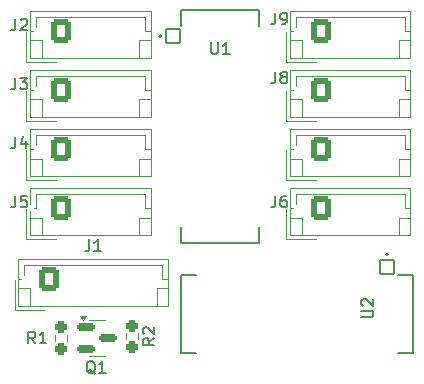
<source format=gto>
G04 #@! TF.GenerationSoftware,KiCad,Pcbnew,8.0.8*
G04 #@! TF.CreationDate,2025-02-07T11:49:09+01:00*
G04 #@! TF.ProjectId,Senzory_gate,53656e7a-6f72-4795-9f67-6174652e6b69,rev?*
G04 #@! TF.SameCoordinates,Original*
G04 #@! TF.FileFunction,Legend,Top*
G04 #@! TF.FilePolarity,Positive*
%FSLAX46Y46*%
G04 Gerber Fmt 4.6, Leading zero omitted, Abs format (unit mm)*
G04 Created by KiCad (PCBNEW 8.0.8) date 2025-02-07 11:49:09*
%MOMM*%
%LPD*%
G01*
G04 APERTURE LIST*
G04 Aperture macros list*
%AMRoundRect*
0 Rectangle with rounded corners*
0 $1 Rounding radius*
0 $2 $3 $4 $5 $6 $7 $8 $9 X,Y pos of 4 corners*
0 Add a 4 corners polygon primitive as box body*
4,1,4,$2,$3,$4,$5,$6,$7,$8,$9,$2,$3,0*
0 Add four circle primitives for the rounded corners*
1,1,$1+$1,$2,$3*
1,1,$1+$1,$4,$5*
1,1,$1+$1,$6,$7*
1,1,$1+$1,$8,$9*
0 Add four rect primitives between the rounded corners*
20,1,$1+$1,$2,$3,$4,$5,0*
20,1,$1+$1,$4,$5,$6,$7,0*
20,1,$1+$1,$6,$7,$8,$9,0*
20,1,$1+$1,$8,$9,$2,$3,0*%
G04 Aperture macros list end*
%ADD10C,0.150000*%
%ADD11C,0.120000*%
%ADD12C,0.127000*%
%ADD13C,0.200000*%
%ADD14RoundRect,0.250000X-0.600000X-0.725000X0.600000X-0.725000X0.600000X0.725000X-0.600000X0.725000X0*%
%ADD15O,1.700000X1.950000*%
%ADD16RoundRect,0.102000X-0.585000X0.585000X-0.585000X-0.585000X0.585000X-0.585000X0.585000X0.585000X0*%
%ADD17C,1.374000*%
%ADD18RoundRect,0.150000X-0.587500X-0.150000X0.587500X-0.150000X0.587500X0.150000X-0.587500X0.150000X0*%
%ADD19RoundRect,0.237500X-0.237500X0.250000X-0.237500X-0.250000X0.237500X-0.250000X0.237500X0.250000X0*%
%ADD20RoundRect,0.102000X-0.585000X-0.585000X0.585000X-0.585000X0.585000X0.585000X-0.585000X0.585000X0*%
%ADD21C,0.600000*%
G04 APERTURE END LIST*
D10*
X100666666Y-51454819D02*
X100666666Y-52169104D01*
X100666666Y-52169104D02*
X100619047Y-52311961D01*
X100619047Y-52311961D02*
X100523809Y-52407200D01*
X100523809Y-52407200D02*
X100380952Y-52454819D01*
X100380952Y-52454819D02*
X100285714Y-52454819D01*
X101190476Y-52454819D02*
X101380952Y-52454819D01*
X101380952Y-52454819D02*
X101476190Y-52407200D01*
X101476190Y-52407200D02*
X101523809Y-52359580D01*
X101523809Y-52359580D02*
X101619047Y-52216723D01*
X101619047Y-52216723D02*
X101666666Y-52026247D01*
X101666666Y-52026247D02*
X101666666Y-51645295D01*
X101666666Y-51645295D02*
X101619047Y-51550057D01*
X101619047Y-51550057D02*
X101571428Y-51502438D01*
X101571428Y-51502438D02*
X101476190Y-51454819D01*
X101476190Y-51454819D02*
X101285714Y-51454819D01*
X101285714Y-51454819D02*
X101190476Y-51502438D01*
X101190476Y-51502438D02*
X101142857Y-51550057D01*
X101142857Y-51550057D02*
X101095238Y-51645295D01*
X101095238Y-51645295D02*
X101095238Y-51883390D01*
X101095238Y-51883390D02*
X101142857Y-51978628D01*
X101142857Y-51978628D02*
X101190476Y-52026247D01*
X101190476Y-52026247D02*
X101285714Y-52073866D01*
X101285714Y-52073866D02*
X101476190Y-52073866D01*
X101476190Y-52073866D02*
X101571428Y-52026247D01*
X101571428Y-52026247D02*
X101619047Y-51978628D01*
X101619047Y-51978628D02*
X101666666Y-51883390D01*
X107954819Y-77261904D02*
X108764342Y-77261904D01*
X108764342Y-77261904D02*
X108859580Y-77214285D01*
X108859580Y-77214285D02*
X108907200Y-77166666D01*
X108907200Y-77166666D02*
X108954819Y-77071428D01*
X108954819Y-77071428D02*
X108954819Y-76880952D01*
X108954819Y-76880952D02*
X108907200Y-76785714D01*
X108907200Y-76785714D02*
X108859580Y-76738095D01*
X108859580Y-76738095D02*
X108764342Y-76690476D01*
X108764342Y-76690476D02*
X107954819Y-76690476D01*
X108050057Y-76261904D02*
X108002438Y-76214285D01*
X108002438Y-76214285D02*
X107954819Y-76119047D01*
X107954819Y-76119047D02*
X107954819Y-75880952D01*
X107954819Y-75880952D02*
X108002438Y-75785714D01*
X108002438Y-75785714D02*
X108050057Y-75738095D01*
X108050057Y-75738095D02*
X108145295Y-75690476D01*
X108145295Y-75690476D02*
X108240533Y-75690476D01*
X108240533Y-75690476D02*
X108383390Y-75738095D01*
X108383390Y-75738095D02*
X108954819Y-76309523D01*
X108954819Y-76309523D02*
X108954819Y-75690476D01*
X85404761Y-82050057D02*
X85309523Y-82002438D01*
X85309523Y-82002438D02*
X85214285Y-81907200D01*
X85214285Y-81907200D02*
X85071428Y-81764342D01*
X85071428Y-81764342D02*
X84976190Y-81716723D01*
X84976190Y-81716723D02*
X84880952Y-81716723D01*
X84928571Y-81954819D02*
X84833333Y-81907200D01*
X84833333Y-81907200D02*
X84738095Y-81811961D01*
X84738095Y-81811961D02*
X84690476Y-81621485D01*
X84690476Y-81621485D02*
X84690476Y-81288152D01*
X84690476Y-81288152D02*
X84738095Y-81097676D01*
X84738095Y-81097676D02*
X84833333Y-81002438D01*
X84833333Y-81002438D02*
X84928571Y-80954819D01*
X84928571Y-80954819D02*
X85119047Y-80954819D01*
X85119047Y-80954819D02*
X85214285Y-81002438D01*
X85214285Y-81002438D02*
X85309523Y-81097676D01*
X85309523Y-81097676D02*
X85357142Y-81288152D01*
X85357142Y-81288152D02*
X85357142Y-81621485D01*
X85357142Y-81621485D02*
X85309523Y-81811961D01*
X85309523Y-81811961D02*
X85214285Y-81907200D01*
X85214285Y-81907200D02*
X85119047Y-81954819D01*
X85119047Y-81954819D02*
X84928571Y-81954819D01*
X86309523Y-81954819D02*
X85738095Y-81954819D01*
X86023809Y-81954819D02*
X86023809Y-80954819D01*
X86023809Y-80954819D02*
X85928571Y-81097676D01*
X85928571Y-81097676D02*
X85833333Y-81192914D01*
X85833333Y-81192914D02*
X85738095Y-81240533D01*
X100666666Y-66954819D02*
X100666666Y-67669104D01*
X100666666Y-67669104D02*
X100619047Y-67811961D01*
X100619047Y-67811961D02*
X100523809Y-67907200D01*
X100523809Y-67907200D02*
X100380952Y-67954819D01*
X100380952Y-67954819D02*
X100285714Y-67954819D01*
X101571428Y-66954819D02*
X101380952Y-66954819D01*
X101380952Y-66954819D02*
X101285714Y-67002438D01*
X101285714Y-67002438D02*
X101238095Y-67050057D01*
X101238095Y-67050057D02*
X101142857Y-67192914D01*
X101142857Y-67192914D02*
X101095238Y-67383390D01*
X101095238Y-67383390D02*
X101095238Y-67764342D01*
X101095238Y-67764342D02*
X101142857Y-67859580D01*
X101142857Y-67859580D02*
X101190476Y-67907200D01*
X101190476Y-67907200D02*
X101285714Y-67954819D01*
X101285714Y-67954819D02*
X101476190Y-67954819D01*
X101476190Y-67954819D02*
X101571428Y-67907200D01*
X101571428Y-67907200D02*
X101619047Y-67859580D01*
X101619047Y-67859580D02*
X101666666Y-67764342D01*
X101666666Y-67764342D02*
X101666666Y-67526247D01*
X101666666Y-67526247D02*
X101619047Y-67431009D01*
X101619047Y-67431009D02*
X101571428Y-67383390D01*
X101571428Y-67383390D02*
X101476190Y-67335771D01*
X101476190Y-67335771D02*
X101285714Y-67335771D01*
X101285714Y-67335771D02*
X101190476Y-67383390D01*
X101190476Y-67383390D02*
X101142857Y-67431009D01*
X101142857Y-67431009D02*
X101095238Y-67526247D01*
X80333333Y-79454819D02*
X80000000Y-78978628D01*
X79761905Y-79454819D02*
X79761905Y-78454819D01*
X79761905Y-78454819D02*
X80142857Y-78454819D01*
X80142857Y-78454819D02*
X80238095Y-78502438D01*
X80238095Y-78502438D02*
X80285714Y-78550057D01*
X80285714Y-78550057D02*
X80333333Y-78645295D01*
X80333333Y-78645295D02*
X80333333Y-78788152D01*
X80333333Y-78788152D02*
X80285714Y-78883390D01*
X80285714Y-78883390D02*
X80238095Y-78931009D01*
X80238095Y-78931009D02*
X80142857Y-78978628D01*
X80142857Y-78978628D02*
X79761905Y-78978628D01*
X81285714Y-79454819D02*
X80714286Y-79454819D01*
X81000000Y-79454819D02*
X81000000Y-78454819D01*
X81000000Y-78454819D02*
X80904762Y-78597676D01*
X80904762Y-78597676D02*
X80809524Y-78692914D01*
X80809524Y-78692914D02*
X80714286Y-78740533D01*
X100666666Y-56454819D02*
X100666666Y-57169104D01*
X100666666Y-57169104D02*
X100619047Y-57311961D01*
X100619047Y-57311961D02*
X100523809Y-57407200D01*
X100523809Y-57407200D02*
X100380952Y-57454819D01*
X100380952Y-57454819D02*
X100285714Y-57454819D01*
X101285714Y-56883390D02*
X101190476Y-56835771D01*
X101190476Y-56835771D02*
X101142857Y-56788152D01*
X101142857Y-56788152D02*
X101095238Y-56692914D01*
X101095238Y-56692914D02*
X101095238Y-56645295D01*
X101095238Y-56645295D02*
X101142857Y-56550057D01*
X101142857Y-56550057D02*
X101190476Y-56502438D01*
X101190476Y-56502438D02*
X101285714Y-56454819D01*
X101285714Y-56454819D02*
X101476190Y-56454819D01*
X101476190Y-56454819D02*
X101571428Y-56502438D01*
X101571428Y-56502438D02*
X101619047Y-56550057D01*
X101619047Y-56550057D02*
X101666666Y-56645295D01*
X101666666Y-56645295D02*
X101666666Y-56692914D01*
X101666666Y-56692914D02*
X101619047Y-56788152D01*
X101619047Y-56788152D02*
X101571428Y-56835771D01*
X101571428Y-56835771D02*
X101476190Y-56883390D01*
X101476190Y-56883390D02*
X101285714Y-56883390D01*
X101285714Y-56883390D02*
X101190476Y-56931009D01*
X101190476Y-56931009D02*
X101142857Y-56978628D01*
X101142857Y-56978628D02*
X101095238Y-57073866D01*
X101095238Y-57073866D02*
X101095238Y-57264342D01*
X101095238Y-57264342D02*
X101142857Y-57359580D01*
X101142857Y-57359580D02*
X101190476Y-57407200D01*
X101190476Y-57407200D02*
X101285714Y-57454819D01*
X101285714Y-57454819D02*
X101476190Y-57454819D01*
X101476190Y-57454819D02*
X101571428Y-57407200D01*
X101571428Y-57407200D02*
X101619047Y-57359580D01*
X101619047Y-57359580D02*
X101666666Y-57264342D01*
X101666666Y-57264342D02*
X101666666Y-57073866D01*
X101666666Y-57073866D02*
X101619047Y-56978628D01*
X101619047Y-56978628D02*
X101571428Y-56931009D01*
X101571428Y-56931009D02*
X101476190Y-56883390D01*
X78666666Y-51954819D02*
X78666666Y-52669104D01*
X78666666Y-52669104D02*
X78619047Y-52811961D01*
X78619047Y-52811961D02*
X78523809Y-52907200D01*
X78523809Y-52907200D02*
X78380952Y-52954819D01*
X78380952Y-52954819D02*
X78285714Y-52954819D01*
X79095238Y-52050057D02*
X79142857Y-52002438D01*
X79142857Y-52002438D02*
X79238095Y-51954819D01*
X79238095Y-51954819D02*
X79476190Y-51954819D01*
X79476190Y-51954819D02*
X79571428Y-52002438D01*
X79571428Y-52002438D02*
X79619047Y-52050057D01*
X79619047Y-52050057D02*
X79666666Y-52145295D01*
X79666666Y-52145295D02*
X79666666Y-52240533D01*
X79666666Y-52240533D02*
X79619047Y-52383390D01*
X79619047Y-52383390D02*
X79047619Y-52954819D01*
X79047619Y-52954819D02*
X79666666Y-52954819D01*
X90434819Y-79041666D02*
X89958628Y-79374999D01*
X90434819Y-79613094D02*
X89434819Y-79613094D01*
X89434819Y-79613094D02*
X89434819Y-79232142D01*
X89434819Y-79232142D02*
X89482438Y-79136904D01*
X89482438Y-79136904D02*
X89530057Y-79089285D01*
X89530057Y-79089285D02*
X89625295Y-79041666D01*
X89625295Y-79041666D02*
X89768152Y-79041666D01*
X89768152Y-79041666D02*
X89863390Y-79089285D01*
X89863390Y-79089285D02*
X89911009Y-79136904D01*
X89911009Y-79136904D02*
X89958628Y-79232142D01*
X89958628Y-79232142D02*
X89958628Y-79613094D01*
X89530057Y-78660713D02*
X89482438Y-78613094D01*
X89482438Y-78613094D02*
X89434819Y-78517856D01*
X89434819Y-78517856D02*
X89434819Y-78279761D01*
X89434819Y-78279761D02*
X89482438Y-78184523D01*
X89482438Y-78184523D02*
X89530057Y-78136904D01*
X89530057Y-78136904D02*
X89625295Y-78089285D01*
X89625295Y-78089285D02*
X89720533Y-78089285D01*
X89720533Y-78089285D02*
X89863390Y-78136904D01*
X89863390Y-78136904D02*
X90434819Y-78708332D01*
X90434819Y-78708332D02*
X90434819Y-78089285D01*
X78666666Y-66954819D02*
X78666666Y-67669104D01*
X78666666Y-67669104D02*
X78619047Y-67811961D01*
X78619047Y-67811961D02*
X78523809Y-67907200D01*
X78523809Y-67907200D02*
X78380952Y-67954819D01*
X78380952Y-67954819D02*
X78285714Y-67954819D01*
X79619047Y-66954819D02*
X79142857Y-66954819D01*
X79142857Y-66954819D02*
X79095238Y-67431009D01*
X79095238Y-67431009D02*
X79142857Y-67383390D01*
X79142857Y-67383390D02*
X79238095Y-67335771D01*
X79238095Y-67335771D02*
X79476190Y-67335771D01*
X79476190Y-67335771D02*
X79571428Y-67383390D01*
X79571428Y-67383390D02*
X79619047Y-67431009D01*
X79619047Y-67431009D02*
X79666666Y-67526247D01*
X79666666Y-67526247D02*
X79666666Y-67764342D01*
X79666666Y-67764342D02*
X79619047Y-67859580D01*
X79619047Y-67859580D02*
X79571428Y-67907200D01*
X79571428Y-67907200D02*
X79476190Y-67954819D01*
X79476190Y-67954819D02*
X79238095Y-67954819D01*
X79238095Y-67954819D02*
X79142857Y-67907200D01*
X79142857Y-67907200D02*
X79095238Y-67859580D01*
X84916666Y-70654819D02*
X84916666Y-71369104D01*
X84916666Y-71369104D02*
X84869047Y-71511961D01*
X84869047Y-71511961D02*
X84773809Y-71607200D01*
X84773809Y-71607200D02*
X84630952Y-71654819D01*
X84630952Y-71654819D02*
X84535714Y-71654819D01*
X85916666Y-71654819D02*
X85345238Y-71654819D01*
X85630952Y-71654819D02*
X85630952Y-70654819D01*
X85630952Y-70654819D02*
X85535714Y-70797676D01*
X85535714Y-70797676D02*
X85440476Y-70892914D01*
X85440476Y-70892914D02*
X85345238Y-70940533D01*
X78666666Y-56954819D02*
X78666666Y-57669104D01*
X78666666Y-57669104D02*
X78619047Y-57811961D01*
X78619047Y-57811961D02*
X78523809Y-57907200D01*
X78523809Y-57907200D02*
X78380952Y-57954819D01*
X78380952Y-57954819D02*
X78285714Y-57954819D01*
X79047619Y-56954819D02*
X79666666Y-56954819D01*
X79666666Y-56954819D02*
X79333333Y-57335771D01*
X79333333Y-57335771D02*
X79476190Y-57335771D01*
X79476190Y-57335771D02*
X79571428Y-57383390D01*
X79571428Y-57383390D02*
X79619047Y-57431009D01*
X79619047Y-57431009D02*
X79666666Y-57526247D01*
X79666666Y-57526247D02*
X79666666Y-57764342D01*
X79666666Y-57764342D02*
X79619047Y-57859580D01*
X79619047Y-57859580D02*
X79571428Y-57907200D01*
X79571428Y-57907200D02*
X79476190Y-57954819D01*
X79476190Y-57954819D02*
X79190476Y-57954819D01*
X79190476Y-57954819D02*
X79095238Y-57907200D01*
X79095238Y-57907200D02*
X79047619Y-57859580D01*
X95238095Y-53954819D02*
X95238095Y-54764342D01*
X95238095Y-54764342D02*
X95285714Y-54859580D01*
X95285714Y-54859580D02*
X95333333Y-54907200D01*
X95333333Y-54907200D02*
X95428571Y-54954819D01*
X95428571Y-54954819D02*
X95619047Y-54954819D01*
X95619047Y-54954819D02*
X95714285Y-54907200D01*
X95714285Y-54907200D02*
X95761904Y-54859580D01*
X95761904Y-54859580D02*
X95809523Y-54764342D01*
X95809523Y-54764342D02*
X95809523Y-53954819D01*
X96809523Y-54954819D02*
X96238095Y-54954819D01*
X96523809Y-54954819D02*
X96523809Y-53954819D01*
X96523809Y-53954819D02*
X96428571Y-54097676D01*
X96428571Y-54097676D02*
X96333333Y-54192914D01*
X96333333Y-54192914D02*
X96238095Y-54240533D01*
X78666666Y-61954819D02*
X78666666Y-62669104D01*
X78666666Y-62669104D02*
X78619047Y-62811961D01*
X78619047Y-62811961D02*
X78523809Y-62907200D01*
X78523809Y-62907200D02*
X78380952Y-62954819D01*
X78380952Y-62954819D02*
X78285714Y-62954819D01*
X79571428Y-62288152D02*
X79571428Y-62954819D01*
X79333333Y-61907200D02*
X79095238Y-62621485D01*
X79095238Y-62621485D02*
X79714285Y-62621485D01*
D11*
X101590000Y-53110000D02*
X101590000Y-55610000D01*
X101590000Y-55610000D02*
X104090000Y-55610000D01*
X101890000Y-51290000D02*
X101890000Y-55310000D01*
X101890000Y-53000000D02*
X102390000Y-53000000D01*
X101890000Y-53810000D02*
X102890000Y-53810000D01*
X101890000Y-55310000D02*
X112110000Y-55310000D01*
X102390000Y-51790000D02*
X111610000Y-51790000D01*
X102390000Y-53000000D02*
X102390000Y-51790000D01*
X102890000Y-53810000D02*
X102890000Y-55310000D01*
X111110000Y-53810000D02*
X111110000Y-55310000D01*
X111610000Y-51790000D02*
X111610000Y-53000000D01*
X111610000Y-53000000D02*
X112110000Y-53000000D01*
X112110000Y-51290000D02*
X101890000Y-51290000D01*
X112110000Y-53810000D02*
X111110000Y-53810000D01*
X112110000Y-55310000D02*
X112110000Y-51290000D01*
D12*
X92655000Y-73700000D02*
X93975000Y-73700000D01*
X92655000Y-80300000D02*
X92655000Y-73700000D01*
X93975000Y-80300000D02*
X92655000Y-80300000D01*
X111025000Y-73700000D02*
X112345000Y-73700000D01*
X112345000Y-73700000D02*
X112345000Y-80300000D01*
X112345000Y-80300000D02*
X111025000Y-80300000D01*
D13*
X110220000Y-71945000D02*
G75*
G02*
X110020000Y-71945000I-100000J0D01*
G01*
X110020000Y-71945000D02*
G75*
G02*
X110220000Y-71945000I100000J0D01*
G01*
D11*
X85562500Y-77440000D02*
X84912500Y-77440000D01*
X85562500Y-77440000D02*
X86212500Y-77440000D01*
X85562500Y-80560000D02*
X84912500Y-80560000D01*
X85562500Y-80560000D02*
X86212500Y-80560000D01*
X84400000Y-77490000D02*
X84160000Y-77160000D01*
X84640000Y-77160000D01*
X84400000Y-77490000D01*
G36*
X84400000Y-77490000D02*
G01*
X84160000Y-77160000D01*
X84640000Y-77160000D01*
X84400000Y-77490000D01*
G37*
X101590000Y-68110000D02*
X101590000Y-70610000D01*
X101590000Y-70610000D02*
X104090000Y-70610000D01*
X101890000Y-66290000D02*
X101890000Y-70310000D01*
X101890000Y-68000000D02*
X102390000Y-68000000D01*
X101890000Y-68810000D02*
X102890000Y-68810000D01*
X101890000Y-70310000D02*
X112110000Y-70310000D01*
X102390000Y-66790000D02*
X111610000Y-66790000D01*
X102390000Y-68000000D02*
X102390000Y-66790000D01*
X102890000Y-68810000D02*
X102890000Y-70310000D01*
X111110000Y-68810000D02*
X111110000Y-70310000D01*
X111610000Y-66790000D02*
X111610000Y-68000000D01*
X111610000Y-68000000D02*
X112110000Y-68000000D01*
X112110000Y-66290000D02*
X101890000Y-66290000D01*
X112110000Y-68810000D02*
X111110000Y-68810000D01*
X112110000Y-70310000D02*
X112110000Y-66290000D01*
X81977500Y-78745276D02*
X81977500Y-79254724D01*
X83022500Y-78745276D02*
X83022500Y-79254724D01*
X101590000Y-58110000D02*
X101590000Y-60610000D01*
X101590000Y-60610000D02*
X104090000Y-60610000D01*
X101890000Y-56290000D02*
X101890000Y-60310000D01*
X101890000Y-58000000D02*
X102390000Y-58000000D01*
X101890000Y-58810000D02*
X102890000Y-58810000D01*
X101890000Y-60310000D02*
X112110000Y-60310000D01*
X102390000Y-56790000D02*
X111610000Y-56790000D01*
X102390000Y-58000000D02*
X102390000Y-56790000D01*
X102890000Y-58810000D02*
X102890000Y-60310000D01*
X111110000Y-58810000D02*
X111110000Y-60310000D01*
X111610000Y-56790000D02*
X111610000Y-58000000D01*
X111610000Y-58000000D02*
X112110000Y-58000000D01*
X112110000Y-56290000D02*
X101890000Y-56290000D01*
X112110000Y-58810000D02*
X111110000Y-58810000D01*
X112110000Y-60310000D02*
X112110000Y-56290000D01*
X79590000Y-53110000D02*
X79590000Y-55610000D01*
X79590000Y-55610000D02*
X82090000Y-55610000D01*
X79890000Y-51290000D02*
X79890000Y-55310000D01*
X79890000Y-53000000D02*
X80390000Y-53000000D01*
X79890000Y-53810000D02*
X80890000Y-53810000D01*
X79890000Y-55310000D02*
X90110000Y-55310000D01*
X80390000Y-51790000D02*
X89610000Y-51790000D01*
X80390000Y-53000000D02*
X80390000Y-51790000D01*
X80890000Y-53810000D02*
X80890000Y-55310000D01*
X89110000Y-53810000D02*
X89110000Y-55310000D01*
X89610000Y-51790000D02*
X89610000Y-53000000D01*
X89610000Y-53000000D02*
X90110000Y-53000000D01*
X90110000Y-51290000D02*
X79890000Y-51290000D01*
X90110000Y-53810000D02*
X89110000Y-53810000D01*
X90110000Y-55310000D02*
X90110000Y-51290000D01*
X88027500Y-78620276D02*
X88027500Y-79129724D01*
X89072500Y-78620276D02*
X89072500Y-79129724D01*
X79590000Y-68110000D02*
X79590000Y-70610000D01*
X79590000Y-70610000D02*
X82090000Y-70610000D01*
X79890000Y-66290000D02*
X79890000Y-70310000D01*
X79890000Y-68000000D02*
X80390000Y-68000000D01*
X79890000Y-68810000D02*
X80890000Y-68810000D01*
X79890000Y-70310000D02*
X90110000Y-70310000D01*
X80390000Y-66790000D02*
X89610000Y-66790000D01*
X80390000Y-68000000D02*
X80390000Y-66790000D01*
X80890000Y-68810000D02*
X80890000Y-70310000D01*
X89110000Y-68810000D02*
X89110000Y-70310000D01*
X89610000Y-66790000D02*
X89610000Y-68000000D01*
X89610000Y-68000000D02*
X90110000Y-68000000D01*
X90110000Y-66290000D02*
X79890000Y-66290000D01*
X90110000Y-68810000D02*
X89110000Y-68810000D01*
X90110000Y-70310000D02*
X90110000Y-66290000D01*
X78590000Y-74110000D02*
X78590000Y-76610000D01*
X78590000Y-76610000D02*
X81090000Y-76610000D01*
X78890000Y-72290000D02*
X78890000Y-76310000D01*
X78890000Y-74000000D02*
X79390000Y-74000000D01*
X78890000Y-74810000D02*
X79890000Y-74810000D01*
X78890000Y-76310000D02*
X91610000Y-76310000D01*
X79390000Y-72790000D02*
X91110000Y-72790000D01*
X79390000Y-74000000D02*
X79390000Y-72790000D01*
X79890000Y-74810000D02*
X79890000Y-76310000D01*
X90610000Y-74810000D02*
X90610000Y-76310000D01*
X91110000Y-72790000D02*
X91110000Y-74000000D01*
X91110000Y-74000000D02*
X91610000Y-74000000D01*
X91610000Y-72290000D02*
X78890000Y-72290000D01*
X91610000Y-74810000D02*
X90610000Y-74810000D01*
X91610000Y-76310000D02*
X91610000Y-72290000D01*
X79590000Y-58110000D02*
X79590000Y-60610000D01*
X79590000Y-60610000D02*
X82090000Y-60610000D01*
X79890000Y-56290000D02*
X79890000Y-60310000D01*
X79890000Y-58000000D02*
X80390000Y-58000000D01*
X79890000Y-58810000D02*
X80890000Y-58810000D01*
X79890000Y-60310000D02*
X90110000Y-60310000D01*
X80390000Y-56790000D02*
X89610000Y-56790000D01*
X80390000Y-58000000D02*
X80390000Y-56790000D01*
X80890000Y-58810000D02*
X80890000Y-60310000D01*
X89110000Y-58810000D02*
X89110000Y-60310000D01*
X89610000Y-56790000D02*
X89610000Y-58000000D01*
X89610000Y-58000000D02*
X90110000Y-58000000D01*
X90110000Y-56290000D02*
X79890000Y-56290000D01*
X90110000Y-58810000D02*
X89110000Y-58810000D01*
X90110000Y-60310000D02*
X90110000Y-56290000D01*
X101590000Y-63110000D02*
X101590000Y-65610000D01*
X101590000Y-65610000D02*
X104090000Y-65610000D01*
X101890000Y-61290000D02*
X101890000Y-65310000D01*
X101890000Y-63000000D02*
X102390000Y-63000000D01*
X101890000Y-63810000D02*
X102890000Y-63810000D01*
X101890000Y-65310000D02*
X112110000Y-65310000D01*
X102390000Y-61790000D02*
X111610000Y-61790000D01*
X102390000Y-63000000D02*
X102390000Y-61790000D01*
X102890000Y-63810000D02*
X102890000Y-65310000D01*
X111110000Y-63810000D02*
X111110000Y-65310000D01*
X111610000Y-61790000D02*
X111610000Y-63000000D01*
X111610000Y-63000000D02*
X112110000Y-63000000D01*
X112110000Y-61290000D02*
X101890000Y-61290000D01*
X112110000Y-63810000D02*
X111110000Y-63810000D01*
X112110000Y-65310000D02*
X112110000Y-61290000D01*
D12*
X92670000Y-51235000D02*
X99270000Y-51235000D01*
X92670000Y-52555000D02*
X92670000Y-51235000D01*
X92670000Y-70925000D02*
X92670000Y-69605000D01*
X99270000Y-51235000D02*
X99270000Y-52555000D01*
X99270000Y-69605000D02*
X99270000Y-70925000D01*
X99270000Y-70925000D02*
X92670000Y-70925000D01*
D13*
X91015000Y-53460000D02*
G75*
G02*
X90815000Y-53460000I-100000J0D01*
G01*
X90815000Y-53460000D02*
G75*
G02*
X91015000Y-53460000I100000J0D01*
G01*
D11*
X79590000Y-63110000D02*
X79590000Y-65610000D01*
X79590000Y-65610000D02*
X82090000Y-65610000D01*
X79890000Y-61290000D02*
X79890000Y-65310000D01*
X79890000Y-63000000D02*
X80390000Y-63000000D01*
X79890000Y-63810000D02*
X80890000Y-63810000D01*
X79890000Y-65310000D02*
X90110000Y-65310000D01*
X80390000Y-61790000D02*
X89610000Y-61790000D01*
X80390000Y-63000000D02*
X80390000Y-61790000D01*
X80890000Y-63810000D02*
X80890000Y-65310000D01*
X89110000Y-63810000D02*
X89110000Y-65310000D01*
X89610000Y-61790000D02*
X89610000Y-63000000D01*
X89610000Y-63000000D02*
X90110000Y-63000000D01*
X90110000Y-61290000D02*
X79890000Y-61290000D01*
X90110000Y-63810000D02*
X89110000Y-63810000D01*
X90110000Y-65310000D02*
X90110000Y-61290000D01*
%LPC*%
D14*
X104500000Y-53000000D03*
D15*
X107000000Y-53000000D03*
X109500000Y-53000000D03*
D16*
X110120000Y-73030000D03*
D17*
X107580000Y-73030000D03*
X105040000Y-73030000D03*
X102500000Y-73030000D03*
X99960000Y-73030000D03*
X97420000Y-73030000D03*
X94880000Y-73030000D03*
X94880000Y-80970000D03*
X97420000Y-80970000D03*
X99960000Y-80970000D03*
X102500000Y-80970000D03*
X105040000Y-80970000D03*
X107580000Y-80970000D03*
X110120000Y-80970000D03*
D18*
X84625000Y-78050000D03*
X84625000Y-79950000D03*
X86500000Y-79000000D03*
D14*
X104500000Y-68000000D03*
D15*
X107000000Y-68000000D03*
X109500000Y-68000000D03*
D19*
X82500000Y-78087500D03*
X82500000Y-79912500D03*
D14*
X104500000Y-58000000D03*
D15*
X107000000Y-58000000D03*
X109500000Y-58000000D03*
D14*
X82500000Y-53000000D03*
D15*
X85000000Y-53000000D03*
X87500000Y-53000000D03*
D19*
X88550000Y-77962500D03*
X88550000Y-79787500D03*
D14*
X82500000Y-68000000D03*
D15*
X85000000Y-68000000D03*
X87500000Y-68000000D03*
D14*
X81500000Y-74000000D03*
D15*
X84000000Y-74000000D03*
X86500000Y-74000000D03*
X89000000Y-74000000D03*
D14*
X82500000Y-58000000D03*
D15*
X85000000Y-58000000D03*
X87500000Y-58000000D03*
D14*
X104500000Y-63000000D03*
D15*
X107000000Y-63000000D03*
X109500000Y-63000000D03*
D20*
X92000000Y-53460000D03*
D17*
X92000000Y-56000000D03*
X92000000Y-58540000D03*
X92000000Y-61080000D03*
X92000000Y-63620000D03*
X92000000Y-66160000D03*
X92000000Y-68700000D03*
X99940000Y-68700000D03*
X99940000Y-66160000D03*
X99940000Y-63620000D03*
X99940000Y-61080000D03*
X99940000Y-58540000D03*
X99940000Y-56000000D03*
X99940000Y-53460000D03*
D14*
X82500000Y-63000000D03*
D15*
X85000000Y-63000000D03*
X87500000Y-63000000D03*
D21*
X80000000Y-68000000D03*
X102500000Y-58000000D03*
X79500000Y-74000000D03*
X80500000Y-58000000D03*
X102500000Y-68000000D03*
X92000000Y-71000000D03*
X102500000Y-53000000D03*
X80500000Y-53000000D03*
X80500000Y-63000000D03*
X102500000Y-63000000D03*
X93000000Y-73000000D03*
%LPD*%
M02*

</source>
